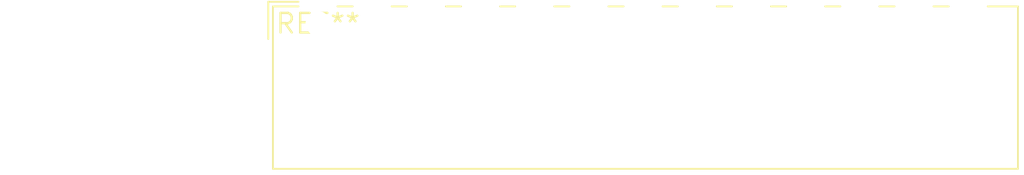
<source format=kicad_pcb>
(kicad_pcb (version 20240108) (generator pcbnew)
  (layers (0 "F.Cu" signal) (31 "B.Cu" signal) (34 "B.Paste" user) (35 "F.Paste" user) (36 "B.SilkS" user "B.Silkscreen") (37 "F.SilkS" user "F.Silkscreen") (38 "B.Mask" user) (39 "F.Mask" user) (44 "Edge.Cuts" user))
  (net 0 "")
  (footprint "Wago_734-173_1x13_P3.50mm_Horizontal" (layer "F.Cu") (at 0 0)
    (property "Reference" "REF**")
    (property "Value" "Wago_734-173_1x13_P3.50mm_Horizontal")
    (fp_line (start -3.21 -1.41) (end -1.26 -1.41) (layer "F.SilkS") (stroke (width 0.12)))
    (fp_line (start -3.21 1) (end -3.21 -1.41) (layer "F.SilkS") (stroke (width 0.12)))
    (fp_line (start -2.91 -1.11) (end -2.91 9.41) (layer "F.SilkS") (stroke (width 0.12)))
    (fp_line (start -2.91 9.41) (end 45.21 9.41) (layer "F.SilkS") (stroke (width 0.12)))
    (fp_line (start -1.26 -1.11) (end -2.91 -1.11) (layer "F.SilkS") (stroke (width 0.12)))
    (fp_line (start 1.26 -1.11) (end 2.24 -1.11) (layer "F.SilkS") (stroke (width 0.12)))
    (fp_line (start 4.76 -1.11) (end 5.74 -1.11) (layer "F.SilkS") (stroke (width 0.12)))
    (fp_line (start 8.26 -1.11) (end 9.24 -1.11) (layer "F.SilkS") (stroke (width 0.12)))
    (fp_line (start 11.76 -1.11) (end 12.74 -1.11) (layer "F.SilkS") (stroke (width 0.12)))
    (fp_line (start 15.26 -1.11) (end 16.24 -1.11) (layer "F.SilkS") (stroke (width 0.12)))
    (fp_line (start 18.76 -1.11) (end 19.74 -1.11) (layer "F.SilkS") (stroke (width 0.12)))
    (fp_line (start 22.26 -1.11) (end 23.24 -1.11) (layer "F.SilkS") (stroke (width 0.12)))
    (fp_line (start 25.76 -1.11) (end 26.74 -1.11) (layer "F.SilkS") (stroke (width 0.12)))
    (fp_line (start 29.26 -1.11) (end 30.24 -1.11) (layer "F.SilkS") (stroke (width 0.12)))
    (fp_line (start 32.76 -1.11) (end 33.74 -1.11) (layer "F.SilkS") (stroke (width 0.12)))
    (fp_line (start 36.26 -1.11) (end 37.24 -1.11) (layer "F.SilkS") (stroke (width 0.12)))
    (fp_line (start 39.76 -1.11) (end 40.74 -1.11) (layer "F.SilkS") (stroke (width 0.12)))
    (fp_line (start 45.21 -1.11) (end 43.26 -1.11) (layer "F.SilkS") (stroke (width 0.12)))
    (fp_line (start 45.21 9.41) (end 45.21 -1.11) (layer "F.SilkS") (stroke (width 0.12)))
    (pad "1" thru_hole roundrect (at 0 0) (size 2 2.6) (drill 1.6) (layers *.Cu *.Mask) (remove_unused_layers) (roundrect_rratio 0.125))
    (pad "2" thru_hole oval (at 3.5 0) (size 2 2.6) (drill 1.6) (layers *.Cu *.Mask) (remove_unused_layers))
    (pad "3" thru_hole oval (at 7 0) (size 2 2.6) (drill 1.6) (layers *.Cu *.Mask) (remove_unused_layers))
    (pad "4" thru_hole oval (at 10.5 0) (size 2 2.6) (drill 1.6) (layers *.Cu *.Mask) (remove_unused_layers))
    (pad "5" thru_hole oval (at 14 0) (size 2 2.6) (drill 1.6) (layers *.Cu *.Mask) (remove_unused_layers))
    (pad "6" thru_hole oval (at 17.5 0) (size 2 2.6) (drill 1.6) (layers *.Cu *.Mask) (remove_unused_layers))
    (pad "7" thru_hole oval (at 21 0) (size 2 2.6) (drill 1.6) (layers *.Cu *.Mask) (remove_unused_layers))
    (pad "8" thru_hole oval (at 24.5 0) (size 2 2.6) (drill 1.6) (layers *.Cu *.Mask) (remove_unused_layers))
    (pad "9" thru_hole oval (at 28 0) (size 2 2.6) (drill 1.6) (layers *.Cu *.Mask) (remove_unused_layers))
    (pad "10" thru_hole oval (at 31.5 0) (size 2 2.6) (drill 1.6) (layers *.Cu *.Mask) (remove_unused_layers))
    (pad "11" thru_hole oval (at 35 0) (size 2 2.6) (drill 1.6) (layers *.Cu *.Mask) (remove_unused_layers))
    (pad "12" thru_hole oval (at 38.5 0) (size 2 2.6) (drill 1.6) (layers *.Cu *.Mask) (remove_unused_layers))
    (pad "13" thru_hole oval (at 42 0) (size 2 2.6) (drill 1.6) (layers *.Cu *.Mask) (remove_unused_layers))
  )
)
</source>
